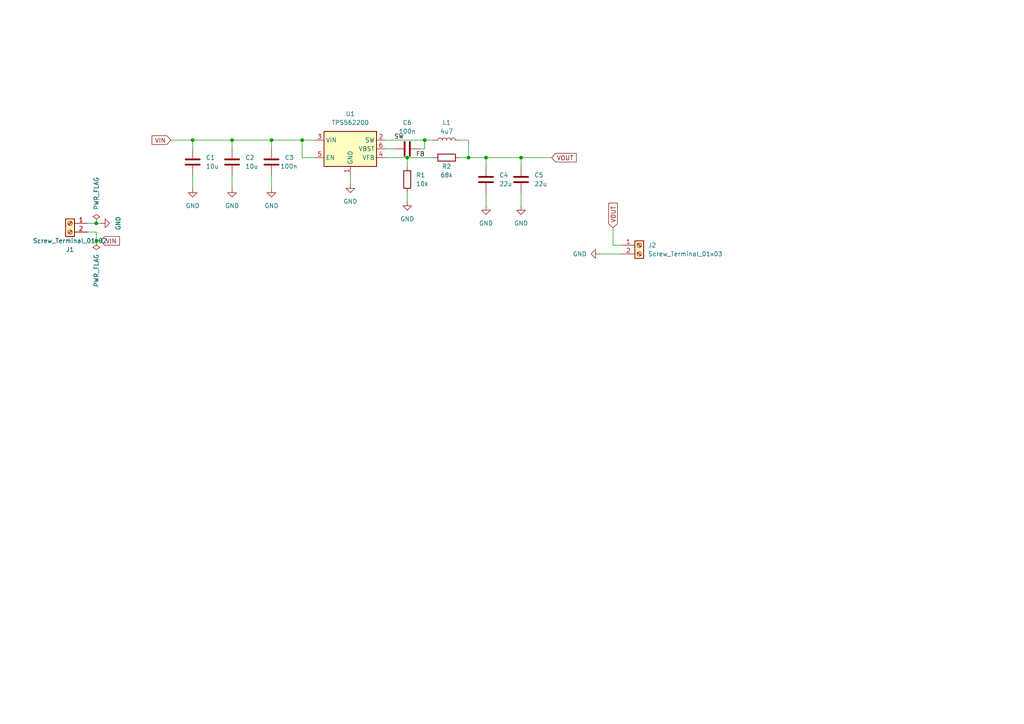
<source format=kicad_sch>
(kicad_sch (version 20231120) (generator "eeschema") (generator_version "8.0")
  (paper "A4")
  (lib_symbols
    (symbol "Connector:Screw_Terminal_01x02" (pin_names (offset 1.016) hide)
      (property "Reference" "J" (at 0 2.54 0))
      (property "Value" "Screw_Terminal_01x02" (at 0 -5.08 0))
      (symbol "Screw_Terminal_01x02_1_1"
        (rectangle (start -1.27 1.27) (end 1.27 -3.81) (stroke (width 0.254)) (fill (type background)))
        (circle (center 0 -2.54) (radius 0.635) (stroke (width 0.1524)))
        (polyline (pts (xy -0.5334 -2.2098) (xy 0.3302 -3.048)) (stroke (width 0.1524)))
        (polyline (pts (xy -0.5334 0.3302) (xy 0.3302 -0.508)) (stroke (width 0.1524)))
        (polyline (pts (xy -0.3556 -2.032) (xy 0.508 -2.8702)) (stroke (width 0.1524)))
        (polyline (pts (xy -0.3556 0.508) (xy 0.508 -0.3302)) (stroke (width 0.1524)))
        (circle (center 0 0) (radius 0.635) (stroke (width 0.1524)))
        (pin passive line (at -5.08 0 0) (length 3.81) (name "Pin_1") (number "1"))
        (pin passive line (at -5.08 -2.54 0) (length 3.81) (name "Pin_2") (number "2"))
      )
    )
    (symbol "Device:C" (pin_numbers hide) (pin_names (offset 0.254))
      (property "Reference" "C" (at 0.635 2.54 0))
      (property "Value" "C" (at 0.635 -2.54 0))
      (symbol "C_0_1"
        (polyline (pts (xy -2.032 -0.762) (xy 2.032 -0.762)) (stroke (width 0.508)))
        (polyline (pts (xy -2.032 0.762) (xy 2.032 0.762)) (stroke (width 0.508)))
      )
      (symbol "C_1_1"
        (pin passive line (at 0 3.81 270) (length 2.794) (name "~") (number "1"))
        (pin passive line (at 0 -3.81 90) (length 2.794) (name "~") (number "2"))
      )
    )
    (symbol "Device:L" (pin_numbers hide) (pin_names (offset 1.016) hide)
      (property "Reference" "L" (at -1.27 0 90))
      (property "Value" "L" (at 1.905 0 90))
      (symbol "L_0_1"
        (arc (start 0 -2.54) (mid 0.6323 -1.905) (end 0 -1.27))
        (arc (start 0 -1.27) (mid 0.6323 -0.635) (end 0 0))
        (arc (start 0 0) (mid 0.6323 0.635) (end 0 1.27))
        (arc (start 0 1.27) (mid 0.6323 1.905) (end 0 2.54))
      )
      (symbol "L_1_1"
        (pin passive line (at 0 3.81 270) (length 1.27) (name "1") (number "1"))
        (pin passive line (at 0 -3.81 90) (length 1.27) (name "2") (number "2"))
      )
    )
    (symbol "Device:R" (pin_numbers hide) (pin_names (offset 0))
      (property "Reference" "R" (at 2.032 0 90))
      (property "Value" "R" (at 0 0 90))
      (symbol "R_0_1"
        (rectangle (start -1.016 -2.54) (end 1.016 2.54) (stroke (width 0.254)))
      )
      (symbol "R_1_1"
        (pin passive line (at 0 3.81 270) (length 1.27) (name "~") (number "1"))
        (pin passive line (at 0 -3.81 90) (length 1.27) (name "~") (number "2"))
      )
    )
    (symbol "Regulator_Switching:TPS562200"
      (property "Reference" "U" (at -7.62 6.35 0))
      (property "Value" "TPS562200" (at -2.54 6.35 0))
      (symbol "TPS562200_0_1"
        (rectangle (start -7.62 5.08) (end 7.62 -5.08) (stroke (width 0.254)) (fill (type background)))
      )
      (symbol "TPS562200_1_1"
        (pin power_in line (at 0 -7.62 90) (length 2.54) (name "GND") (number "1"))
        (pin output line (at 10.16 2.54 180) (length 2.54) (name "SW") (number "2"))
        (pin power_in line (at -10.16 2.54 0) (length 2.54) (name "VIN") (number "3"))
        (pin input line (at 10.16 -2.54 180) (length 2.54) (name "VFB") (number "4"))
        (pin input line (at -10.16 -2.54 0) (length 2.54) (name "EN") (number "5"))
        (pin passive line (at 10.16 0 180) (length 2.54) (name "VBST") (number "6"))
      )
    )
    (symbol "power:GND" (power) (pin_names (offset 0))
      (property "Value" "GND" (at 0 -3.81 0))
      (symbol "GND_0_1"
        (polyline (pts (xy 0 0) (xy 0 -1.27) (xy 1.27 -1.27) (xy 0 -2.54) (xy -1.27 -1.27) (xy 0 -1.27)))
      )
      (symbol "GND_1_1"
        (pin power_in line (at 0 0 270) (length 0) hide (name "GND") (number "1"))
      )
    )
    (symbol "power:PWR_FLAG" (power) (pin_numbers hide) (pin_names (offset 0) hide)
      (property "Value" "PWR_FLAG" (at 0 3.81 0))
      (symbol "PWR_FLAG_0_0"
        (pin power_out line (at 0 0 90) (length 0) (name "pwr") (number "1"))
      )
      (symbol "PWR_FLAG_0_1"
        (polyline (pts (xy 0 0) (xy 0 1.27) (xy -1.016 1.905) (xy 0 2.54) (xy 1.016 1.905) (xy 0 1.27)))
      )
    )
  )
  (junction (at 67.31 40.64))
  (junction (at 151.13 45.72))
  (junction (at 78.74 40.64))
  (junction (at 55.88 40.64))
  (junction (at 27.94 69.85))
  (junction (at 135.89 45.72))
  (junction (at 87.63 40.64))
  (junction (at 27.94 64.77))
  (junction (at 123.19 40.64))
  (junction (at 118.11 45.72))
  (junction (at 140.97 45.72))
  (wire (pts (xy 55.88 40.64) (xy 55.88 43.18)))
  (wire (pts (xy 78.74 50.8) (xy 78.74 54.61)))
  (wire (pts (xy 87.63 45.72) (xy 87.63 40.64)))
  (wire (pts (xy 101.6 50.8) (xy 101.6 53.34)))
  (wire (pts (xy 135.89 45.72) (xy 140.97 45.72)))
  (wire (pts (xy 111.76 43.18) (xy 114.3 43.18)))
  (wire (pts (xy 177.8 66.04) (xy 177.8 71.12)))
  (wire (pts (xy 55.88 40.64) (xy 67.31 40.64)))
  (wire (pts (xy 173.99 73.66) (xy 180.34 73.66)))
  (wire (pts (xy 133.35 45.72) (xy 135.89 45.72)))
  (wire (pts (xy 111.76 40.64) (xy 123.19 40.64)))
  (wire (pts (xy 123.19 43.18) (xy 123.19 40.64)))
  (wire (pts (xy 87.63 40.64) (xy 91.44 40.64)))
  (wire (pts (xy 151.13 45.72) (xy 160.02 45.72)))
  (wire (pts (xy 67.31 50.8) (xy 67.31 54.61)))
  (wire (pts (xy 67.31 40.64) (xy 78.74 40.64)))
  (wire (pts (xy 27.94 64.77) (xy 29.21 64.77)))
  (wire (pts (xy 27.94 67.31) (xy 25.4 67.31)))
  (wire (pts (xy 177.8 71.12) (xy 180.34 71.12)))
  (wire (pts (xy 67.31 40.64) (xy 67.31 43.18)))
  (wire (pts (xy 78.74 40.64) (xy 78.74 43.18)))
  (wire (pts (xy 121.92 43.18) (xy 123.19 43.18)))
  (wire (pts (xy 91.44 45.72) (xy 87.63 45.72)))
  (wire (pts (xy 78.74 40.64) (xy 87.63 40.64)))
  (wire (pts (xy 118.11 45.72) (xy 125.73 45.72)))
  (wire (pts (xy 111.76 45.72) (xy 118.11 45.72)))
  (wire (pts (xy 27.94 69.85) (xy 27.94 67.31)))
  (wire (pts (xy 140.97 55.88) (xy 140.97 59.69)))
  (wire (pts (xy 151.13 55.88) (xy 151.13 59.69)))
  (wire (pts (xy 123.19 40.64) (xy 125.73 40.64)))
  (wire (pts (xy 133.35 40.64) (xy 135.89 40.64)))
  (wire (pts (xy 140.97 45.72) (xy 151.13 45.72)))
  (wire (pts (xy 135.89 40.64) (xy 135.89 45.72)))
  (wire (pts (xy 27.94 69.85) (xy 29.21 69.85)))
  (wire (pts (xy 118.11 55.88) (xy 118.11 58.42)))
  (wire (pts (xy 118.11 45.72) (xy 118.11 48.26)))
  (wire (pts (xy 49.53 40.64) (xy 55.88 40.64)))
  (wire (pts (xy 151.13 45.72) (xy 151.13 48.26)))
  (wire (pts (xy 25.4 64.77) (xy 27.94 64.77)))
  (wire (pts (xy 55.88 50.8) (xy 55.88 54.61)))
  (wire (pts (xy 140.97 45.72) (xy 140.97 48.26)))
  (label "SW" (at 114.3 40.64 0))
  (label "FB" (at 120.65 45.72 0))
  (global_label "VIN" (shape input) (at 49.53 40.64 180) (property "Intersheetrefs" "${INTERSHEET_REFS}" (effects (hide yes))))
  (global_label "VOUT" (shape input) (at 160.02 45.72 0) (property "Intersheetrefs" "${INTERSHEET_REFS}" (effects (hide yes))))
  (global_label "VIN" (shape input) (at 29.21 69.85 0) (property "Intersheetrefs" "${INTERSHEET_REFS}" (effects (hide yes))))
  (global_label "VOUT" (shape input) (at 177.8 66.04 90) (property "Intersheetrefs" "${INTERSHEET_REFS}" (effects (hide yes))))
  (symbol (lib_id "Device:R") (at 129.54 45.72 90) (unit 1)
    (property "Reference" "R2" (at 129.54 48.26 90))
    (property "Value" "68k" (at 129.54 50.8 90))
    (property "Footprint" "Resistor_SMD:R_0805_2012Metric" (effects (hide yes)))
  )
  (symbol (lib_id "Device:L") (at 129.54 40.64 90) (unit 1)
    (property "Reference" "L1" (at 129.54 35.56 90))
    (property "Value" "4u7" (at 129.54 38.1 90))
    (property "Footprint" "Inductor_SMD:L_Vishay_IHLP-2525" (effects (hide yes)))
  )
  (symbol (lib_id "Device:R") (at 118.11 52.07 0) (unit 1)
    (property "Reference" "R1" (at 120.65 50.8 0) (effects (justify left)))
    (property "Value" "10k" (at 120.65 53.34 0) (effects (justify left)))
    (property "Footprint" "Resistor_SMD:R_0805_2012Metric" (effects (hide yes)))
  )
  (symbol (lib_id "Connector:Screw_Terminal_01x02") (at 185.42 71.12 0) (unit 1)
    (property "Reference" "J2" (at 187.96 71.12 0) (effects (justify left)))
    (property "Value" "Screw_Terminal_01x03" (at 187.96 73.66 0) (effects (justify left)))
    (property "Footprint" "TerminalBlock:TerminalBlock_bornier-2_P5.08mm" (effects (hide yes)))
  )
  (symbol (lib_id "Connector:Screw_Terminal_01x02") (at 20.32 64.77 0) (mirror y) (unit 1)
    (property "Reference" "J1" (at 20.32 72.39 0))
    (property "Value" "Screw_Terminal_01x02" (at 20.32 69.85 0))
    (property "Footprint" "TerminalBlock:TerminalBlock_bornier-2_P5.08mm" (effects (hide yes)))
  )
  (symbol (lib_id "power:GND") (at 67.31 54.61 0) (unit 1)
    (property "Reference" "#PWR04" (effects (hide yes)))
    (property "Value" "GND" (at 67.31 59.69 0))
  )
  (symbol (lib_id "power:GND") (at 101.6 53.34 0) (unit 1)
    (property "Reference" "#PWR02" (effects (hide yes)))
    (property "Value" "GND" (at 101.6 58.42 0))
  )
  (symbol (lib_id "power:PWR_FLAG") (at 27.94 69.85 180) (unit 1)
    (property "Reference" "#FLG02" (effects (hide yes)))
    (property "Value" "PWR_FLAG" (at 27.94 73.66 90) (effects (justify left)))
  )
  (symbol (lib_id "Device:C") (at 67.31 46.99 0) (unit 1)
    (property "Reference" "C2" (at 71.12 45.72 0) (effects (justify left)))
    (property "Value" "10u" (at 71.12 48.26 0) (effects (justify left)))
    (property "Footprint" "Capacitor_SMD:C_0805_2012Metric" (effects (hide yes)))
  )
  (symbol (lib_id "Regulator_Switching:TPS562200") (at 101.6 43.18 0) (unit 1)
    (property "Reference" "U1" (at 101.6 33.02 0))
    (property "Value" "TPS562200" (at 101.6 35.56 0))
    (property "Footprint" "Package_TO_SOT_SMD:SOT-23-6" (effects (hide yes)))
    (property "Datasheet" "http://www.ti.com/lit/ds/symlink/tps563200.pdf" (effects (hide yes)))
  )
  (symbol (lib_id "Device:C") (at 78.74 46.99 0) (unit 1)
    (property "Reference" "C3" (at 82.55 45.72 0) (effects (justify left)))
    (property "Value" "100n" (at 81.28 48.26 0) (effects (justify left)))
    (property "Footprint" "Capacitor_SMD:C_0603_1608Metric" (effects (hide yes)))
  )
  (symbol (lib_id "Device:C") (at 140.97 52.07 0) (unit 1)
    (property "Reference" "C4" (at 144.78 50.8 0) (effects (justify left)))
    (property "Value" "22u" (at 144.78 53.34 0) (effects (justify left)))
    (property "Footprint" "Capacitor_SMD:C_1206_3216Metric" (effects (hide yes)))
  )
  (symbol (lib_id "power:GND") (at 78.74 54.61 0) (unit 1)
    (property "Reference" "#PWR09" (effects (hide yes)))
    (property "Value" "GND" (at 78.74 59.69 0))
  )
  (symbol (lib_id "power:GND") (at 151.13 59.69 0) (unit 1)
    (property "Reference" "#PWR07" (effects (hide yes)))
    (property "Value" "GND" (at 151.13 64.77 0))
  )
  (symbol (lib_id "power:GND") (at 173.99 73.66 270) (unit 1)
    (property "Reference" "#PWR011" (effects (hide yes)))
    (property "Value" "GND" (at 170.18 73.66 90) (effects (justify right)))
  )
  (symbol (lib_id "Device:C") (at 151.13 52.07 0) (unit 1)
    (property "Reference" "C5" (at 154.94 50.8 0) (effects (justify left)))
    (property "Value" "22u" (at 154.94 53.34 0) (effects (justify left)))
    (property "Footprint" "Capacitor_SMD:C_1206_3216Metric" (effects (hide yes)))
  )
  (symbol (lib_id "Device:C") (at 55.88 46.99 0) (unit 1)
    (property "Reference" "C1" (at 59.69 45.72 0) (effects (justify left)))
    (property "Value" "10u" (at 59.69 48.26 0) (effects (justify left)))
    (property "Footprint" "Capacitor_SMD:C_0805_2012Metric" (effects (hide yes)))
  )
  (symbol (lib_id "power:GND") (at 29.21 64.77 90) (unit 1)
    (property "Reference" "#PWR01" (effects (hide yes)))
    (property "Value" "GND" (at 34.29 64.77 0))
  )
  (symbol (lib_id "power:GND") (at 55.88 54.61 0) (unit 1)
    (property "Reference" "#PWR03" (effects (hide yes)))
    (property "Value" "GND" (at 55.88 59.69 0))
  )
  (symbol (lib_id "power:GND") (at 140.97 59.69 0) (unit 1)
    (property "Reference" "#PWR06" (effects (hide yes)))
    (property "Value" "GND" (at 140.97 64.77 0))
  )
  (symbol (lib_id "power:PWR_FLAG") (at 27.94 64.77 0) (unit 1)
    (property "Reference" "#FLG03" (effects (hide yes)))
    (property "Value" "PWR_FLAG" (at 27.94 60.96 90) (effects (justify left)))
  )
  (symbol (lib_id "power:GND") (at 118.11 58.42 0) (unit 1)
    (property "Reference" "#PWR05" (effects (hide yes)))
    (property "Value" "GND" (at 118.11 63.5 0))
  )
  (symbol (lib_id "Device:C") (at 118.11 43.18 90) (unit 1)
    (property "Reference" "C6" (at 118.11 35.56 90))
    (property "Value" "100n" (at 118.11 38.1 90))
    (property "Footprint" "Capacitor_SMD:C_0603_1608Metric" (effects (hide yes)))
  )
)
</source>
